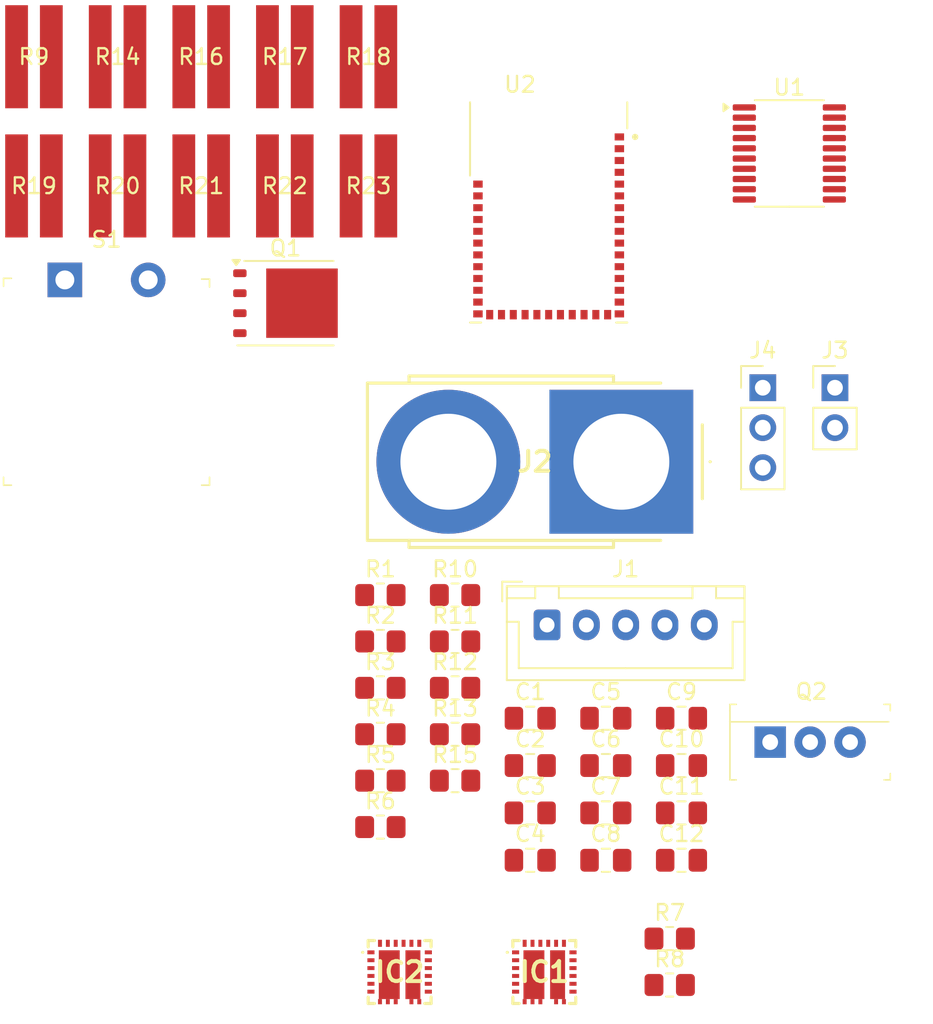
<source format=kicad_pcb>
(kicad_pcb (version 20241229) (generator "pcbnew") (generator_version "9.0")
  (layers (0 "F.Cu" signal) (2 "B.Cu" signal) (13 "F.Paste" user) (15 "B.Paste" user) (5 "F.SilkS" user "F.Silkscreen") (7 "B.SilkS" user "B.Silkscreen") (1 "F.Mask" user) (3 "B.Mask" user) (25 "Edge.Cuts" user))
  (net 0 "")
  (net 2 "Net-(U1-BAT)")
  (net 32 "Net-(Q1-S-Pad1)")
  (net 33 "Net-(Q1-G)")
  (net 34 "PACK-")
  (net 35 "Net-(J1-Pin_4)")
  (net 36 "/VC1")
  (net 37 "Net-(R13-Pad1)")
  (net 38 "/VC2")
  (net 39 "/SDA0")
  (net 40 "/VC4")
  (net 41 "/VC3")
  (net 42 "/SRP")
  (net 43 "/SCL0")
  (net 44 "PACK+")
  (net 45 "/VC0")
  (net 46 "/ALERT")
  (net 47 "/SRN")
  (net 48 "/REGOUT")
  (net 49 "Net-(U1-CAP1)")
  (net 50 "/TS1")
  (net 51 "/SWDCLK")
  (net 52 "GND")
  (net 53 "/NRESET")
  (net 54 "/SWDIO")
  (net 55 "Net-(J1-Pin_5)")
  (net 56 "Net-(J1-Pin_3)")
  (net 57 "Net-(J1-Pin_2)")
  (net 58 "Net-(J1-Pin_1)")
  (net 59 "GNDA")
  (net 60 "/Power Distribution/PGOOD  ")
  (net 61 "/Power Distribution/EN")
  (net 63 "/Power Distribution1/EN")
  (net 69 "/Power Distribution1/PGOOD  ")
  (net 80 "Net-(IC2-SS)")
  (net 86 "Net-(U1-VSS)")
  (net 87 "/SWCLK")
  (net 88 "Net-(Q2-S)")
  (net 89 "Net-(Q2-G)")
  (footprint "Capacitor_SMD:C_0805_2012Metric_Pad1.18x1.45mm_HandSolder" (layer "F.Cu") (at 102.97 81.99)
    (property "Reference" "C6" (at 0 -1.68 0) (layer "F.SilkS"))
    (property "Value" "1u")
    (fp_line (start -0.261252 -0.735) (end 0.261252 -0.735) (stroke (width 0.12)) (layer "F.SilkS"))
    (fp_line (start -0.261252 0.735) (end 0.261252 0.735) (stroke (width 0.12)) (layer "F.SilkS"))
    (pad "1" smd roundrect (at -1.0375 0) (size 1.175 1.45) (layers "F.Cu" "F.Mask" "F.Paste") (roundrect_rratio 0.212766) (net 44 "PACK+"))
    (pad "2" smd roundrect (at 1.0375 0) (size 1.175 1.45) (layers "F.Cu" "F.Mask" "F.Paste") (roundrect_rratio 0.212766) (net 52 "GND"))
  )
  (footprint "ul_LTR100LJZPFSR015:RES_LTR100L_ROM" (layer "F.Cu") (at 82.553 45.1404)
    (property "Reference" "R22" (at 0 0 0) (layer "F.SilkS"))
    (property "Value" "13m")
    (pad "1" smd rect (at -1.1049 0) (size 1.4478 6.5532) (layers "F.Cu" "F.Mask" "F.Paste") (net 88 "Net-(Q2-S)"))
    (pad "2" smd rect (at 1.1049 0) (size 1.4478 6.5532) (layers "F.Cu" "F.Mask" "F.Paste") (net 86 "Net-(U1-VSS)"))
  )
  (footprint "Capacitor_SMD:C_0805_2012Metric_Pad1.18x1.45mm_HandSolder" (layer "F.Cu") (at 102.97 78.98)
    (property "Reference" "C5" (at 0 -1.68 0) (layer "F.SilkS"))
    (property "Value" "1u")
    (fp_line (start -0.261252 -0.735) (end 0.261252 -0.735) (stroke (width 0.12)) (layer "F.SilkS"))
    (fp_line (start -0.261252 0.735) (end 0.261252 0.735) (stroke (width 0.12)) (layer "F.SilkS"))
    (pad "1" smd roundrect (at -1.0375 0) (size 1.175 1.45) (layers "F.Cu" "F.Mask" "F.Paste") (roundrect_rratio 0.212766) (net 52 "GND"))
    (pad "2" smd roundrect (at 1.0375 0) (size 1.175 1.45) (layers "F.Cu" "F.Mask" "F.Paste") (roundrect_rratio 0.212766) (net 58 "Net-(J1-Pin_1)"))
  )
  (footprint "Resistor_SMD:R_0805_2012Metric_Pad1.20x1.40mm_HandSolder" (layer "F.Cu") (at 107.03 92.99)
    (property "Reference" "R7" (at 0 -1.65 0) (layer "F.SilkS"))
    (property "Value" "4k7'")
    (fp_line (start -0.227064 -0.735) (end 0.227064 -0.735) (stroke (width 0.12)) (layer "F.SilkS"))
    (fp_line (start -0.227064 0.735) (end 0.227064 0.735) (stroke (width 0.12)) (layer "F.SilkS"))
    (pad "1" smd roundrect (at -1 0) (size 1.2 1.4) (layers "F.Cu" "F.Mask" "F.Paste") (roundrect_rratio 0.208333) (net 48 "/REGOUT"))
    (pad "2" smd roundrect (at 1 0) (size 1.2 1.4) (layers "F.Cu" "F.Mask" "F.Paste") (roundrect_rratio 0.208333) (net 39 "/SDA0"))
  )
  (footprint "Resistor_SMD:R_0805_2012Metric_Pad1.20x1.40mm_HandSolder" (layer "F.Cu") (at 88.63 71.15)
    (property "Reference" "R1" (at 0 -1.65 0) (layer "F.SilkS"))
    (property "Value" "100")
    (fp_line (start -0.227064 -0.735) (end 0.227064 -0.735) (stroke (width 0.12)) (layer "F.SilkS"))
    (fp_line (start -0.227064 0.735) (end 0.227064 0.735) (stroke (width 0.12)) (layer "F.SilkS"))
    (pad "1" smd roundrect (at -1 0) (size 1.2 1.4) (layers "F.Cu" "F.Mask" "F.Paste") (roundrect_rratio 0.208333) (net 40 "/VC4"))
    (pad "2" smd roundrect (at 1 0) (size 1.2 1.4) (layers "F.Cu" "F.Mask" "F.Paste") (roundrect_rratio 0.208333) (net 55 "Net-(J1-Pin_5)"))
  )
  (footprint "Capacitor_SMD:C_0805_2012Metric_Pad1.18x1.45mm_HandSolder" (layer "F.Cu") (at 107.78 88.01)
    (property "Reference" "C12" (at 0 -1.68 0) (layer "F.SilkS"))
    (property "Value" "1u")
    (fp_line (start -0.261252 -0.735) (end 0.261252 -0.735) (stroke (width 0.12)) (layer "F.SilkS"))
    (fp_line (start -0.261252 0.735) (end 0.261252 0.735) (stroke (width 0.12)) (layer "F.SilkS"))
    (pad "1" smd roundrect (at -1.0375 0) (size 1.175 1.45) (layers "F.Cu" "F.Mask" "F.Paste") (roundrect_rratio 0.212766) (net 49 "Net-(U1-CAP1)"))
    (pad "2" smd roundrect (at 1.0375 0) (size 1.175 1.45) (layers "F.Cu" "F.Mask" "F.Paste") (roundrect_rratio 0.212766) (net 52 "GND"))
  )
  (footprint "XT90PB-F:XT90PBF" (layer "F.Cu") (at 103.955 62.675)
    (property "Reference" "J2" (at -5.5 0 0) (layer "F.SilkS") (effects (font (size 1.27 1.27) (thickness 0.254))))
    (property "Value" "XT90PB-F" (hide yes))
    (fp_line (start -16.15 -5) (end 2.5 -5) (stroke (width 0.2)) (layer "F.SilkS"))
    (fp_line (start -16.15 5) (end -16.15 -5) (stroke (width 0.2)) (layer "F.SilkS"))
    (fp_line (start -13.5 -5.45) (end -13.5 -5) (stroke (width 0.2)) (layer "F.SilkS"))
    (fp_line (start -13.5 5) (end -13.5 5.45) (stroke (width 0.2)) (layer "F.SilkS"))
    (fp_line (start -13.5 5.45) (end -0.5 5.45) (stroke (width 0.2)) (layer "F.SilkS"))
    (fp_line (start -0.5 -5.45) (end -13.5 -5.45) (stroke (width 0.2)) (layer "F.SilkS"))
    (fp_line (start -0.5 -5) (end -0.5 -5.45) (stroke (width 0.2)) (layer "F.SilkS"))
    (fp_line (start -0.5 5.45) (end -0.5 5) (stroke (width 0.2)) (layer "F.SilkS"))
    (fp_line (start 2.5 5) (end -16.15 5) (stroke (width 0.2)) (layer "F.SilkS"))
    (fp_line (start 5.15 -2.35) (end 5.15 2.35) (stroke (width 0.2)) (layer "F.SilkS"))
    (fp_line (start 5.6 0) (end 5.6 0) (stroke (width 0.1)) (layer "F.SilkS"))
    (fp_line (start 5.7 0) (end 5.7 0) (stroke (width 0.1)) (layer "F.SilkS"))
    (fp_arc (start 5.6 0) (mid 5.65 -0.05) (end 5.7 0) (stroke (width 0.1)) (layer "F.SilkS"))
    (fp_arc (start 5.7 0) (mid 5.65 0.05) (end 5.6 0) (stroke (width 0.1)) (layer "F.SilkS"))
    (pad "1" thru_hole rect (at 0 0) (size 9.15 9.15) (drill 6.1) (layers "*.Cu" "*.Mask") (net 86 "Net-(U1-VSS)"))
    (pad "2" thru_hole circle (at -11 0) (size 9.15 9.15) (drill 6.1) (layers "*.Cu" "*.Mask") (net 44 "PACK+"))
  )
  (footprint "digikey-footprints:PushButton_12x12mm_THT_GPTS203211B" (layer "F.Cu") (at 68.565 51.115)
    (property "Reference" "S1" (at 2.65 -2.57 0) (layer "F.SilkS"))
    (property "Value" "GPTS203211B")
    (fp_line (start -3.9 -0.1) (end -3.9 0.4) (stroke (width 0.1)) (layer "F.SilkS"))
    (fp_line (start -3.9 -0.1) (end -3.4 -0.1) (stroke (width 0.1)) (layer "F.SilkS"))
    (fp_line (start -3.9 13.05) (end -3.9 12.55) (stroke (width 0.1)) (layer "F.SilkS"))
    (fp_line (start -3.9 13.05) (end -3.4 13.05) (stroke (width 0.1)) (layer "F.SilkS"))
    (fp_line (start 9.2 -0.05) (end 8.7 -0.05) (stroke (width 0.1)) (layer "F.SilkS"))
    (fp_line (start 9.2 -0.05) (end 9.2 0.45) (stroke (width 0.1)) (layer "F.SilkS"))
    (fp_line (start 9.2 13.05) (end 8.7 13.05) (stroke (width 0.1)) (layer "F.SilkS"))
    (fp_line (start 9.2 13.05) (end 9.2 12.55) (stroke (width 0.1)) (layer "F.SilkS"))
    (pad "1" thru_hole rect (at 0 0) (size 2.2 2.2) (drill 1.2) (layers "*.Cu" "*.Mask") (net 36 "/VC1"))
    (pad "2" thru_hole circle (at 5.3 0) (size 2.2 2.2) (drill 1.2) (layers "*.Cu" "*.Mask") (net 37 "Net-(R13-Pad1)"))
  )
  (footprint "Capacitor_SMD:C_0805_2012Metric_Pad1.18x1.45mm_HandSolder" (layer "F.Cu") (at 98.16 88.01)
    (property "Reference" "C4" (at 0 -1.68 0) (layer "F.SilkS"))
    (property "Value" "1u")
    (fp_line (start -0.261252 -0.735) (end 0.261252 -0.735) (stroke (width 0.12)) (layer "F.SilkS"))
    (fp_line (start -0.261252 0.735) (end 0.261252 0.735) (stroke (width 0.12)) (layer "F.SilkS"))
    (pad "1" smd roundrect (at -1.0375 0) (size 1.175 1.45) (layers "F.Cu" "F.Mask" "F.Paste") (roundrect_rratio 0.212766) (net 57 "Net-(J1-Pin_2)"))
    (pad "2" smd roundrect (at 1.0375 0) (size 1.175 1.45) (layers "F.Cu" "F.Mask" "F.Paste") (roundrect_rratio 0.212766) (net 52 "GND"))
  )
  (footprint "Resistor_SMD:R_0805_2012Metric_Pad1.20x1.40mm_HandSolder" (layer "F.Cu") (at 93.38 71.15)
    (property "Reference" "R10" (at 0 -1.65 0) (layer "F.SilkS"))
    (property "Value" "1M")
    (fp_line (start -0.227064 -0.735) (end 0.227064 -0.735) (stroke (width 0.12)) (layer "F.SilkS"))
    (fp_line (start -0.227064 0.735) (end 0.227064 0.735) (stroke (width 0.12)) (layer "F.SilkS"))
    (pad "1" smd roundrect (at -1 0) (size 1.2 1.4) (layers "F.Cu" "F.Mask" "F.Paste") (roundrect_rratio 0.208333) (net 89 "Net-(Q2-G)"))
    (pad "2" smd roundrect (at 1 0) (size 1.2 1.4) (layers "F.Cu" "F.Mask" "F.Paste") (roundrect_rratio 0.208333) (net 88 "Net-(Q2-S)"))
  )
  (footprint "Resistor_SMD:R_0805_2012Metric_Pad1.20x1.40mm_HandSolder" (layer "F.Cu") (at 93.38 74.1)
    (property "Reference" "R11" (at 0 -1.65 0) (layer "F.SilkS"))
    (property "Value" "100")
    (fp_line (start -0.227064 -0.735) (end 0.227064 -0.735) (stroke (width 0.12)) (layer "F.SilkS"))
    (fp_line (start -0.227064 0.735) (end 0.227064 0.735) (stroke (width 0.12)) (layer "F.SilkS"))
    (pad "1" smd roundrect (at -1 0) (size 1.2 1.4) (layers "F.Cu" "F.Mask" "F.Paste") (roundrect_rratio 0.208333) (net 42 "/SRP"))
    (pad "2" smd roundrect (at 1 0) (size 1.2 1.4) (layers "F.Cu" "F.Mask" "F.Paste") (roundrect_rratio 0.208333) (net 86 "Net-(U1-VSS)"))
  )
  (footprint "ul_LTR100LJZPFSR015:RES_LTR100L_ROM" (layer "F.Cu") (at 87.871 36.9268)
    (property "Reference" "R18" (at 0 0 0) (layer "F.SilkS"))
    (property "Value" "13m")
    (pad "1" smd rect (at -1.1049 0) (size 1.4478 6.5532) (layers "F.Cu" "F.Mask" "F.Paste") (net 88 "Net-(Q2-S)"))
    (pad "2" smd rect (at 1.1049 0) (size 1.4478 6.5532) (layers "F.Cu" "F.Mask" "F.Paste") (net 86 "Net-(U1-VSS)"))
  )
  (footprint "Capacitor_SMD:C_0805_2012Metric_Pad1.18x1.45mm_HandSolder" (layer "F.Cu") (at 107.78 78.98)
    (property "Reference" "C9" (at 0 -1.68 0) (layer "F.SilkS"))
    (property "Value" "100n")
    (fp_line (start -0.261252 -0.735) (end 0.261252 -0.735) (stroke (width 0.12)) (layer "F.SilkS"))
    (fp_line (start -0.261252 0.735) (end 0.261252 0.735) (stroke (width 0.12)) (layer "F.SilkS"))
    (pad "1" smd roundrect (at -1.0375 0) (size 1.175 1.45) (layers "F.Cu" "F.Mask" "F.Paste") (roundrect_rratio 0.212766) (net 47 "/SRN"))
    (pad "2" smd roundrect (at 1.0375 0) (size 1.175 1.45) (layers "F.Cu" "F.Mask" "F.Paste") (roundrect_rratio 0.212766) (net 52 "GND"))
  )
  (footprint "Resistor_SMD:R_0805_2012Metric_Pad1.20x1.40mm_HandSolder" (layer "F.Cu") (at 93.38 80)
    (property "Reference" "R13" (at 0 -1.65 0) (layer "F.SilkS"))
    (property "Value" "10k")
    (fp_line (start -0.227064 -0.735) (end 0.227064 -0.735) (stroke (width 0.12)) (layer "F.SilkS"))
    (fp_line (start -0.227064 0.735) (end 0.227064 0.735) (stroke (width 0.12)) (layer "F.SilkS"))
    (pad "1" smd roundrect (at -1 0) (size 1.2 1.4) (layers "F.Cu" "F.Mask" "F.Paste") (roundrect_rratio 0.208333) (net 37 "Net-(R13-Pad1)"))
    (pad "2" smd roundrect (at 1 0) (size 1.2 1.4) (layers "F.Cu" "F.Mask" "F.Paste") (roundrect_rratio 0.208333) (net 50 "/TS1"))
  )
  (footprint "Capacitor_SMD:C_0805_2012Metric_Pad1.18x1.45mm_HandSolder" (layer "F.Cu") (at 98.16 85)
    (property "Reference" "C3" (at 0 -1.68 0) (layer "F.SilkS"))
    (property "Value" "1u")
    (fp_line (start -0.261252 -0.735) (end 0.261252 -0.735) (stroke (width 0.12)) (layer "F.SilkS"))
    (fp_line (start -0.261252 0.735) (end 0.261252 0.735) (stroke (width 0.12)) (layer "F.SilkS"))
    (pad "1" smd roundrect (at -1.0375 0) (size 1.175 1.45) (layers "F.Cu" "F.Mask" "F.Paste") (roundrect_rratio 0.212766) (net 56 "Net-(J1-Pin_3)"))
    (pad "2" smd roundrect (at 1.0375 0) (size 1.175 1.45) (layers "F.Cu" "F.Mask" "F.Paste") (roundrect_rratio 0.212766) (net 57 "Net-(J1-Pin_2)"))
  )
  (footprint "ul_LTR100LJZPFSR015:RES_LTR100L_ROM" (layer "F.Cu") (at 66.599 36.9268)
    (property "Reference" "R9" (at 0 0 0) (layer "F.SilkS"))
    (property "Value" "13m")
    (pad "1" smd rect (at -1.1049 0) (size 1.4478 6.5532) (layers "F.Cu" "F.Mask" "F.Paste") (net 88 "Net-(Q2-S)"))
    (pad "2" smd rect (at 1.1049 0) (size 1.4478 6.5532) (layers "F.Cu" "F.Mask" "F.Paste") (net 86 "Net-(U1-VSS)"))
  )
  (footprint "Resistor_SMD:R_0805_2012Metric_Pad1.20x1.40mm_HandSolder" (layer "F.Cu") (at 88.63 74.1)
    (property "Reference" "R2" (at 0 -1.65 0) (layer "F.SilkS"))
    (property "Value" "100")
    (fp_line (start -0.227064 -0.735) (end 0.227064 -0.735) (stroke (width 0.12)) (layer "F.SilkS"))
    (fp_line (start -0.227064 0.735) (end 0.227064 0.735) (stroke (width 0.12)) (layer "F.SilkS"))
    (pad "1" smd roundrect (at -1 0) (size 1.2 1.4) (layers "F.Cu" "F.Mask" "F.Paste") (roundrect_rratio 0.208333) (net 41 "/VC3"))
    (pad "2" smd roundrect (at 1 0) (size 1.2 1.4) (layers "F.Cu" "F.Mask" "F.Paste") (roundrect_rratio 0.208333) (net 35 "Net-(J1-Pin_4)"))
  )
  (footprint "ul_LTR100LJZPFSR015:RES_LTR100L_ROM" (layer "F.Cu") (at 82.553 36.9268)
    (property "Reference" "R17" (at 0 0 0) (layer "F.SilkS"))
    (property "Value" "13m")
    (pad "1" smd rect (at -1.1049 0) (size 1.4478 6.5532) (layers "F.Cu" "F.Mask" "F.Paste") (net 88 "Net-(Q2-S)"))
    (pad "2" smd rect (at 1.1049 0) (size 1.4478 6.5532) (layers "F.Cu" "F.Mask" "F.Paste") (net 86 "Net-(U1-VSS)"))
  )
  (footprint "Resistor_SMD:R_0805_2012Metric_Pad1.20x1.40mm_HandSolder" (layer "F.Cu") (at 107.03 95.94)
    (property "Reference" "R8" (at 0 -1.65 0) (layer "F.SilkS"))
    (property "Value" "4k7")
    (fp_line (start -0.227064 -0.735) (end 0.227064 -0.735) (stroke (width 0.12)) (layer "F.SilkS"))
    (fp_line (start -0.227064 0.735) (end 0.227064 0.735) (stroke (width 0.12)) (layer "F.SilkS"))
    (pad "1" smd roundrect (at -1 0) (size 1.2 1.4) (layers "F.Cu" "F.Mask" "F.Paste") (roundrect_rratio 0.208333) (net 48 "/REGOUT"))
    (pad "2" smd roundrect (at 1 0) (size 1.2 1.4) (layers "F.Cu" "F.Mask" "F.Paste") (roundrect_rratio 0.208333) (net 43 "/SCL0"))
  )
  (footprint "ul_LTR100LJZPFSR015:RES_LTR100L_ROM" (layer "F.Cu") (at 87.871 45.1404)
    (property "Reference" "R23" (at 0 0 0) (layer "F.SilkS"))
    (property "Value" "13m")
    (pad "1" smd rect (at -1.1049 0) (size 1.4478 6.5532) (layers "F.Cu" "F.Mask" "F.Paste") (net 88 "Net-(Q2-S)"))
    (pad "2" smd rect (at 1.1049 0) (size 1.4478 6.5532) (layers "F.Cu" "F.Mask" "F.Paste") (net 86 "Net-(U1-VSS)"))
  )
  (footprint "ul_LTR100LJZPFSR015:RES_LTR100L_ROM" (layer "F.Cu") (at 77.235 45.1404)
    (property "Reference" "R21" (at 0 0 0) (layer "F.SilkS"))
    (property "Value" "13m")
    (pad "1" smd rect (at -1.1049 0) (size 1.4478 6.5532) (layers "F.Cu" "F.Mask" "F.Paste") (net 88 "Net-(Q2-S)"))
    (pad "2" smd rect (at 1.1049 0) (size 1.4478 6.5532) (layers "F.Cu" "F.Mask" "F.Paste") (net 86 "Net-(U1-VSS)"))
  )
  (footprint "LIB_AOZ2261NQI-11:AOZ2261NQI11" (layer "F.Cu") (at 99.055 95.115)
    (property "Reference" "IC1" (at 0 0 0) (layer "F.SilkS") (effects (font (size 1.27 1.27) (thickness 0.254))))
    (property "Value" "AOZ2261NQI-11" (hide yes))
    (fp_line (start -2.4 -1.25) (end -2.4 -1.25) (stroke (width 0.1)) (layer "F.SilkS"))
    (fp_line (start -2.3 -1.25) (end -2.3 -1.25) (stroke (width 0.1)) (layer "F.SilkS"))
    (fp_line (start -2 -2) (end -2 -1.6) (stroke (width 0.2)) (layer "F.SilkS"))
    (fp_line (start -2 1.6) (end -2 2) (stroke (width 0.2)) (layer "F.SilkS"))
    (fp_line (start -2 2) (end -1.6 2) (stroke (width 0.2)) (layer "F.SilkS"))
    (fp_line (start -1.6 -2) (end -2 -2) (stroke (width 0.2)) (layer "F.SilkS"))
    (fp_line (start 1.6 2) (end 2 2) (stroke (width 0.2)) (layer "F.SilkS"))
    (fp_line (start 2 -2) (end 1.6 -2) (stroke (width 0.2)) (layer "F.SilkS"))
    (fp_line (start 2 -1.6) (end 2 -2) (stroke (width 0.2)) (layer "F.SilkS"))
    (fp_line (start 2 2) (end 2 1.6) (stroke (width 0.2)) (layer "F.SilkS"))
    (fp_arc (start -2.4 -1.25) (mid -2.35 -1.3) (end -2.3 -1.25) (stroke (width 0.1)) (layer "F.SilkS"))
    (fp_arc (start -2.3 -1.25) (mid -2.35 -1.2) (end -2.4 -1.25) (stroke (width 0.1)) (layer "F.SilkS"))
    (pad "1" smd rect (at -1.825 -1.25 90) (size 0.25 0.45) (layers "F.Cu" "F.Mask" "F.Paste") (net 60 "/Power Distribution/PGOOD  "))
    (pad "2" smd rect (at -1.825 -0.75 90) (size 0.25 0.45) (layers "F.Cu" "F.Mask" "F.Paste") (net 61 "/Power Distribution/EN"))
    (pad "3" smd rect (at -1.825 -0.25 90) (size 0.25 0.45) (layers "F.Cu" "F.Mask" "F.Paste") (net 59 "GNDA"))
    (pad "4" smd rect (at -1.825 0.25 90) (size 0.25 0.45) (layers "F.Cu" "F.Mask" "F.Paste"))
    (pad "5" smd rect (at -1.825 0.75 90) (size 0.25 0.45) (layers "F.Cu" "F.Mask" "F.Paste"))
    (pad "6" smd rect (at -1.825 1.25 90) (size 0.25 0.45) (layers "F.Cu" "F.Mask" "F.Paste"))
    (pad "7" smd rect (at -1.25 1.885) (size 0.25 0.33) (layers "F.Cu" "F.Mask" "F.Paste"))
    (pad "8" smd rect (at -0.75 1.885) (size 0.25 0.33) (layers "F.Cu" "F.Mask" "F.Paste"))
    (pad "9" smd rect (at -0.25 1.885) (size 0.25 0.33) (layers "F.Cu" "F.Mask" "F.Paste"))
    (pad "10" smd rect (at 0.75 1.885) (size 0.25 0.33) (layers "F.Cu" "F.Mask" "F.Paste"))
    (pad "11" smd rect (at 1.25 1.885) (size 0.25 0.33) (layers "F.Cu" "F.Mask" "F.Paste"))
    (pad "12" smd rect (at 1.825 1.25 90) (size 0.25 0.45) (layers "F.Cu" "F.Mask" "F.Paste"))
    (pad "13" smd rect (at 1.825 0.75 90) (size 0.25 0.45) (layers "F.Cu" "F.Mask" "F.Paste"))
    (pad "14" smd rect (at 1.825 0.25 90) (size 0.25 0.45) (layers "F.Cu" "F.Mask" "F.Paste"))
    (pad "15" smd rect (at 1.825 -0.25 90) (size 0.25 0.45) (layers "F.Cu" "F.Mask" "F.Paste"))
    (pad "16" smd rect (at 1.825 -0.75 90) (size 0.25 0.45) (layers "F.Cu" "F.Mask" "F.Paste"))
    (pad "17" smd rect (at 1.825 -1.25 90) (size 0.25 0.45) (layers "F.Cu" "F.Mask" "F.Paste"))
    (pad "18" smd rect (at 1.25 -1.825) (size 0.25 0.45) (layers "F.Cu" "F.Mask" "F.Paste"))
    (pad "19" smd rect (at 0.75 -1.825) (size 0.25 0.45) (layers "F.Cu" "F.Mask" "F.Paste"))
    (pad "20" smd rect (at 0.25 -1.825) (size 0.25 0.45) (layers "F.Cu" "F.Mask" "F.Paste"))
    (pad "21" smd rect (at -0.25 -1.825) (size 0.25 0.45) (layers "F.Cu" "F.Mask" "F.Paste"))
    (pad "22" smd rect (at -0.75 -1.825) (size 0.25 0.45) (layers "F.Cu" "F.Mask" "F.Paste"))
    (pad "23" smd rect (at -1.25 -1.825) (size 0.25 0.45) (layers "F.Cu" "F.Mask" "F.Paste"))
    (pad "24" smd rect (at -0.66 0.17) (size 1.33 3.1) (layers "F.Cu" "F.Mask" "F.Paste"))
    (pad "25" smd rect (at 0.845 0.17) (size 0.95 3.1) (layers "F.Cu" "F.Mask" "F.Paste"))
  )
  (footprint "ul_LTR100LJZPFSR015:RES_LTR100L_ROM" (layer "F.Cu") (at 71.917 45.1404)
    (property "Reference" "R20" (at 0 0 0) (layer "F.SilkS"))
    (property "Value" "13m")
    (pad "1" smd rect (at -1.1049 0) (size 1.4478 6.5532) (layers "F.Cu" "F.Mask" "F.Paste") (net 88 "Net-(Q2-S)"))
    (pad "2" smd rect (at 1.1049 0) (size 1.4478 6.5532) (layers "F.Cu" "F.Mask" "F.Paste") (net 86 "Net-(U1-VSS)"))
  )
  (footprint "Capacitor_SMD:C_0805_2012Metric_Pad1.18x1.45mm_HandSolder" (layer "F.Cu") (at 98.16 78.98)
    (property "Reference" "C1" (at 0 -1.68 0) (layer "F.SilkS"))
    (property "Value" "1u")
    (fp_line (start -0.261252 -0.735) (end 0.261252 -0.735) (stroke (width 0.12)) (layer "F.SilkS"))
    (fp_line (start -0.261252 0.735) (end 0.261252 0.735) (stroke (width 0.12)) (layer "F.SilkS"))
    (pad "1" smd roundrect (at -1.0375 0) (size 1.175 1.45) (layers "F.Cu" "F.Mask" "F.Paste") (roundrect_rratio 0.212766) (net 55 "Net-(J1-Pin_5)"))
    (pad "2" smd roundrect (at 1.0375 0) (size 1.175 1.45) (layers "F.Cu" "F.Mask" "F.Paste") (roundrect_rratio 0.212766) (net 35 "Net-(J1-Pin_4)"))
  )
  (footprint "Resistor_SMD:R_0805_2012Metric_Pad1.20x1.40mm_HandSolder" (layer "F.Cu") (at 88.63 77.05)
    (property "Reference" "R3" (at 0 -1.65 0) (layer "F.SilkS"))
    (property "Value" "100")
    (fp_line (start -0.227064 -0.735) (end 0.227064 -0.735) (stroke (width 0.12)) (layer "F.SilkS"))
    (fp_line (start -0.227064 0.735) (end 0.227064 0.735) (stroke (width 0.12)) (layer "F.SilkS"))
    (pad "1" smd roundrect (at -1 0) (size 1.2 1.4) (layers "F.Cu" "F.Mask" "F.Paste") (roundrect_rratio 0.208333) (net 38 "/VC2"))
    (pad "2" smd roundrect (at 1 0) (size 1.2 1.4) (layers "F.Cu" "F.Mask" "F.Paste") (roundrect_rratio 0.208333) (net 56 "Net-(J1-Pin_3)"))
  )
  (footprint "Resistor_SMD:R_0805_2012Metric_Pad1.20x1.40mm_HandSolder" (layer "F.Cu") (at 88.63 82.95)
    (property "Reference" "R5" (at 0 -1.65 0) (layer "F.SilkS"))
    (property "Value" "100")
    (fp_line (start -0.227064 -0.735) (end 0.227064 -0.735) (stroke (width 0.12)) (layer "F.SilkS"))
    (fp_line (start -0.227064 0.735) (end 0.227064 0.735) (stroke (width 0.12)) (layer "F.SilkS"))
    (pad "1" smd roundrect (at -1 0) (size 1.2 1.4) (layers "F.Cu" "F.Mask" "F.Paste") (roundrect_rratio 0.208333) (net 45 "/VC0"))
    (pad "2" smd roundrect (at 1 0) (size 1.2 1.4) (layers "F.Cu" "F.Mask" "F.Paste") (roundrect_rratio 0.208333) (net 58 "Net-(J1-Pin_1)"))
  )
  (footprint "Capacitor_SMD:C_0805_2012Metric_Pad1.18x1.45mm_HandSolder" (layer "F.Cu") (at 102.97 88.01)
    (property "Reference" "C8" (at 0 -1.68 0) (layer "F.SilkS"))
    (property "Value" "100n")
    (fp_line (start -0.261252 -0.735) (end 0.261252 -0.735) (stroke (width 0.12)) (layer "F.SilkS"))
    (fp_line (start -0.261252 0.735) (end 0.261252 0.735) (stroke (width 0.12)) (layer "F.SilkS"))
    (pad "1" smd roundrect (at -1.0375 0) (size 1.175 1.45) (layers "F.Cu" "F.Mask" "F.Paste") (roundrect_rratio 0.212766) (net 42 "/SRP"))
    (pad "2" smd roundrect (at 1.0375 0) (size 1.175 1.45) (layers "F.Cu" "F.Mask" "F.Paste") (roundrect_rratio 0.212766) (net 52 "GND"))
  )
  (footprint "digikey-footprints:TO-220-3" (layer "F.Cu") (at 113.42 80.5)
    (property "Reference" "Q2" (at 2.62 -3.22 0) (layer "F.SilkS"))
    (property "Value" "IRLB3813PBF")
    (fp_line (start -2.56 -2.4) (end -2.56 -2) (stroke (width 0.1)) (layer "F.SilkS"))
    (fp_line (start -2.56 -2.4) (end -2.16 -2.4) (stroke (width 0.1)) (layer "F.SilkS"))
    (fp_line (start -2.56 -1.29) (end 7.54 -1.29) (stroke (width 0.1)) (layer "F.SilkS"))
    (fp_line (start -2.56 2.4) (end -2.56 -2) (stroke (width 0.1)) (layer "F.SilkS"))
    (fp_line (start -2.56 2.4) (end -2.16 2.4) (stroke (width 0.1)) (layer "F.SilkS"))
    (fp_line (start 7.24 -2.4) (end 7.64 -2.4) (stroke (width 0.1)) (layer "F.SilkS"))
    (fp_line (start 7.64 -2.4) (end 7.64 -2) (stroke (width 0.1)) (layer "F.SilkS"))
    (fp_line (start 7.64 2.4) (end 7.24 2.4) (stroke (width 0.1)) (layer "F.SilkS"))
    (fp_line (start 7.64 2.4) (end 7.64 2) (stroke (width 0.1)) (layer "F.SilkS"))
    (pad "1" thru_hole rect (at 0 0) (size 2 2) (drill 1) (layers "*.Cu" "*.Mask") (net 89 "Net-(Q2-G)"))
    (pad "2" thru_hole circle (at 2.54 0) (size 2 2) (drill 1) (layers "*.Cu" "*.Mask") (net 34 "PACK-"))
    (pad "3" thru_hole circle (at 5.08 0) (size 2 2) (drill 1) (layers "*.Cu" "*.Mask") (net 88 "Net-(Q2-S)"))
  )
  (footprint "ul_LTR100LJZPFSR015:RES_LTR100L_ROM" (layer "F.Cu") (at 66.599 45.1404)
    (property "Reference" "R19" (at 0 0 0) (layer "F.SilkS"))
    (property "Value" "13m")
    (pad "1" smd rect (at -1.1049 0) (size 1.4478 6.5532) (layers "F.Cu" "F.Mask" "F.Paste") (net 88 "Net-(Q2-S)"))
    (pad "2" smd rect (at 1.1049 0) (size 1.4478 6.5532) (layers "F.Cu" "F.Mask" "F.Paste") (net 86 "Net-(U1-VSS)"))
  )
  (footprint "ul_LTR100LJZPFSR015:RES_LTR100L_ROM" (layer "F.Cu") (at 71.917 36.9268)
    (property "Reference" "R14" (at 0 0 0) (layer "F.SilkS"))
    (property "Value" "13m")
    (pad "1" smd rect (at -1.1049 0) (size 1.4478 6.5532) (layers "F.Cu" "F.Mask" "F.Paste") (net 88 "Net-(Q2-S)"))
    (pad "2" smd rect (at 1.1049 0) (size 1.4478 6.5532) (layers "F.Cu" "F.Mask" "F.Paste") (net 86 "Net-(U1-VSS)"))
  )
  (footprint "Connector_PinHeader_2.54mm:PinHeader_1x02_P2.54mm_Vertical" (layer "F.Cu") (at 117.54 57.97)
    (property "Reference" "J3" (at 0 -2.38 0) (layer "F.SilkS"))
    (property "Value" "Conn_01x02_Pin")
    (fp_line (start -1.38 -1.38) (end 0 -1.38) (stroke (width 0.12)) (layer "F.SilkS"))
    (fp_line (start -1.38 0) (end -1.38 -1.38) (stroke (width 0.12)) (layer "F.SilkS"))
    (fp_line (start -1.38 1.27) (end -1.38 3.92) (stroke (width 0.12)) (layer "F.SilkS"))
    (fp_line (start -1.38 1.27) (end 1.38 1.27) (stroke (width 0.12)) (layer "F.SilkS"))
    (fp_line (start -1.38 3.92) (end 1.38 3.92) (stroke (width 0.12)) (layer "F.SilkS"))
    (fp_line (start 1.38 1.27) (end 1.38 3.92) (stroke (width 0.12)) (layer "F.SilkS"))
    (pad "1" thru_hole rect (at 0 0) (size 1.7 1.7) (drill 1) (layers "*.Cu" "*.Mask") (net 50 "/TS1"))
    (pad "2" thru_hole circle (at 0 2.54) (size 1.7 1.7) (drill 1) (layers "*.Cu" "*.Mask") (net 52 "GND"))
  )
  (footprint "Capacitor_SMD:C_0805_2012Metric_Pad1.18x1.45mm_HandSolder" (layer "F.Cu") (at 98.16 81.99)
    (property "Reference" "C2" (at 0 -1.68 0) (layer "F.SilkS"))
    (property "Value" "1u")
    (fp_line (start -0.261252 -0.735) (end 0.261252 -0.735) (stroke (width 0.12)) (layer "F.SilkS"))
    (fp_line (start -0.261252 0.735) (end 0.261252 0.735) (stroke (width 0.12)) (layer "F.SilkS"))
    (pad "1" smd roundrect (at -1.0375 0) (size 1.175 1.45) (layers "F.Cu" "F.Mask" "F.Paste") (roundrect_rratio 0.212766) (net 35 "Net-(J1-Pin_4)"))
    (pad "2" smd roundrect (at 1.0375 0) (size 1.175 1.45) (layers "F.Cu" "F.Mask" "F.Paste") (roundrect_rratio 0.212766) (net 56 "Net-(J1-Pin_3)"))
  )
  (footprint "Package_TO_SOT_SMD:TDSON-8-1" (layer "F.Cu") (at 82.595 52.595)
    (property "Reference" "Q1" (at 0 -3.5 0) (layer "F.SilkS"))
    (property "Value" "BSC028N06LS3")
    (fp_line (start 3.06 -2.685) (end -2.62 -2.685) (stroke (width 0.12)) (layer "F.SilkS"))
    (fp_line (start 3.06 2.685) (end -3.06 2.685) (stroke (width 0.12)) (layer "F.SilkS"))
    (fp_poly (pts (xy -3.131622 -2.42027) (xy -3.371622 -2.75027) (xy -2.891622 -2.75027) (xy -3.131622 -2.42027)) (stroke (width 0.12)) (fill yes) (layer "F.SilkS"))
    (pad "1" smd roundrect (at -2.9 -1.905) (size 0.85 0.5) (layers "F.Cu" "F.Mask" "F.Paste") (net 32 "Net-(Q1-S-Pad1)"))
    (pad "2" smd roundrect (at -2.9 -0.635) (size 0.85 0.5) (layers "F.Cu" "F.Mask" "F.Paste") (net 32 "Net-(Q1-S-Pad1)"))
    (pad "3" smd roundrect (at -2.9 0.635) (size 0.85 0.5) (layers "F.Cu" "F.Mask" "F.Paste") (net 32 "Net-(Q1-S-Pad1)"))
    (pad "4" smd roundrect (at -2.9 1.905) (size 0.85 0.5) (layers "F.Cu" "F.Mask" "F.Paste") (net 33 "Net-(Q1-G)"))
    (pad "5" smd rect (at 1.05 0) (size 4.55 4.41) (layers "F.Cu") (net 34 "PACK-"))
  )
  (footprint "Connector_JST:JST_XH_B5B-XH-A_1x05_P2.50mm_Vertical" (layer "F.Cu") (at 99.23 73.05)
    (property "Reference" "J1" (at 5 -3.55 0) (layer "F.SilkS"))
    (property "Value" "Conn_01x05_Pin")
    (fp_line (start -2.85 -2.75) (end -2.85 -1.5) (stroke (width 0.12)) (layer "F.SilkS"))
    (fp_line (start -2.56 -2.46) (end -2.56 3.51) (stroke (width 0.12)) (layer "F.SilkS"))
    (fp_line (start -2.56 3.51) (end 12.56 3.51) (stroke (width 0.12)) (layer "F.SilkS"))
    (fp_line (start -2.55 -2.45) (end -2.55 -1.7) (stroke (width 0.12)) (layer "F.SilkS"))
    (fp_line (start -2.55 -1.7) (end -0.75 -1.7) (stroke (width 0.12)) (layer "F.SilkS"))
    (fp_line (start -2.55 -0.2) (end -1.8 -0.2) (stroke (width 0.12)) (layer "F.SilkS"))
    (fp_line (start -1.8 -0.2) (end -1.8 2.75) (stroke (width 0.12)) (layer "F.SilkS"))
    (fp_line (start -1.8 2.75) (end 5 2.75) (stroke (width 0.12)) (layer "F.SilkS"))
    (fp_line (start -1.6 -2.75) (end -2.85 -2.75) (stroke (width 0.12)) (layer "F.SilkS"))
    (fp_line (start -0.75 -2.45) (end -2.55 -2.45) (stroke (width 0.12)) (layer "F.SilkS"))
    (fp_line (start -0.75 -1.7) (end -0.75 -2.45) (stroke (width 0.12)) (layer "F.SilkS"))
    (fp_line (start 0.75 -2.45) (end 0.75 -1.7) (stroke (width 0.12)) (layer "F.SilkS"))
    (fp_line (start 0.75 -1.7) (end 9.25 -1.7) (stroke (width 0.12)) (layer "F.SilkS"))
    (fp_line (start 9.25 -2.45) (end 0.75 -2.45) (stroke (width 0.12)) (layer "F.SilkS"))
    (fp_line (start 9.25 -1.7) (end 9.25 -2.45) (stroke (width 0.12)) (layer "F.SilkS"))
    (fp_line (start 10.75 -2.45) (end 10.75 -1.7) (stroke (width 0.12)) (layer "F.SilkS"))
    (fp_line (start 10.75 -1.7) (end 12.55 -1.7) (stroke (width 0.12)) (layer "F.SilkS"))
    (fp_line (start 11.8 -0.2) (end 11.8 2.75) (stroke (width 0.12)) (layer "F.SilkS"))
    (fp_line (start 11.8 2.75) (end 5 2.75) (stroke (width 0.12)) (layer "F.SilkS"))
    (fp_line (start 12.55 -2.45) (end 10.75 -2.45) (stroke (width 0.12)) (layer "F.SilkS"))
    (fp_line (start 12.55 -1.7) (end 12.55 -2.45) (stroke (width 0.12)) (layer "F.SilkS"))
    (fp_line (start 12.55 -0.2) (end 11.8 -0.2) (stroke (width 0.12)) (layer "F.SilkS"))
    (fp_line (start 12.56 -2.46) (end -2.56 -2.46) (stroke (width 0.12)) (layer "F.SilkS"))
    (fp_line (start 12.56 3.51) (end 12.56 -2.46) (stroke (width 0.12)) (layer "F.SilkS"))
    (pad "1" thru_hole roundrect (at 0 0) (size 1.7 1.95) (drill 0.95) (layers "*.Cu" "*.Mask") (roundrect_rratio 0.147059) (net 58 "Net-(J1-Pin_1)"))
    (pad "2" thru_hole oval (at 2.5 0) (size 1.7 1.95) (drill 0.95) (layers "*.Cu" "*.Mask") (net 57 "Net-(J1-Pin_2)"))
    (pad "3" thru_hole oval (at 5 0) (size 1.7 1.95) (drill 0.95) (layers "*.Cu" "*.Mask") (net 56 "Net-(J1-Pin_3)"))
    (pad "4" thru_hole oval (at 7.5 0) (size 1.7 1.95) (drill 0.95) (layers "*.Cu" "*.Mask") (net 35 "Net-(J1-Pin_4)"))
    (pad "5" thru_hole oval (at 10 0) (size 1.7 1.95) (drill 0.95) (layers "*.Cu" "*.Mask") (net 55 "Net-(J1-Pin_5)"))
  )
  (footprint "Capacitor_SMD:C_0805_2012Metric_Pad1.18x1.45mm_HandSolder" (layer "F.Cu") (at 102.97 85)
    (property "Reference" "C7" (at 0 -1.68 0) (layer "F.SilkS"))
    (property "Value" "10u")
    (fp_line (start -0.261252 -0.735) (end 0.261252 -0.735) (stroke (width 0.12)) (layer "F.SilkS"))
    (fp_line (start -0.261252 0.735) (end 0.261252 0.735) (stroke (width 0.12)) (layer "F.SilkS"))
    (pad "1" smd roundrect (at -1.0375 0) (size 1.175 1.45) (layers "F.Cu" "F.Mask" "F.Paste") (roundrect_rratio 0.212766) (net 2 "Net-(U1-BAT)"))
    (pad "2" smd roundrect (at 1.0375 0) (size 1.175 1.45) (layers "F.Cu" "F.Mask" "F.Paste") (roundrect_rratio 0.212766) (net 52 "GND"))
  )
  (footprint "LIB_AOZ2261NQI-11:AOZ2261NQI11" (layer "F.Cu") (at 89.855 95.115)
    (property "Reference" "IC2" (at 0 0 0) (layer "F.SilkS") (effects (font (size 1.27 1.27) (thickness 0.254))))
    (property "Value" "AOZ2261NQI-11" (hide yes))
    (fp_line (start -2.4 -1.25) (end -2.4 -1.25) (stroke (width 0.1)) (layer "F.SilkS"))
    (fp_line (start -2.3 -1.25) (end -2.3 -1.25) (stroke (width 0.1)) (layer "F.SilkS"))
    (fp_line (start -2 -2) (end -2 -1.6) (stroke (width 0.2)) (layer "F.SilkS"))
    (fp_line (start -2 1.6) (end -2 2) (stroke (width 0.2)) (layer "F.SilkS"))
    (fp_line (start -2 2) (end -1.6 2) (stroke (width 0.2)) (layer "F.SilkS"))
    (fp_line (start -1.6 -2) (end -2 -2) (stroke (width 0.2)) (layer "F.SilkS"))
    (fp_line (start 1.6 2) (end 2 2) (stroke (width 0.2)) (layer "F.SilkS"))
    (fp_line (start 2 -2) (end 1.6 -2) (stroke (width 0.2)) (layer "F.SilkS"))
    (fp_line (start 2 -1.6) (end 2 -2) (stroke (width 0.2)) (layer "F.SilkS"))
    (fp_line (start 2 2) (end 2 1.6) (stroke (width 0.2)) (layer "F.SilkS"))
    (fp_arc (start -2.4 -1.25) (mid -2.35 -1.3) (end -2.3 -1.25) (stroke (width 0.1)) (layer "F.SilkS"))
    (fp_arc (start -2.3 -1.25) (mid -2.35 -1.2) (end -2.4 -1.25) (stroke (width 0.1)) (layer "F.SilkS"))
    (pad "1" smd rect (at -1.825 -1.25 90) (size 0.25 0.45) (layers "F.Cu" "F.Mask" "F.Paste") (net 69 "/Power Distribution1/PGOOD  "))
    (pad "2" smd rect (at -1.825 -0.75 90) (size 0.25 0.45) (layers "F.Cu" "F.Mask" "F.Paste") (net 63 "/Power Distribution1/EN"))
    (pad "3" smd rect (at -1.825 -0.25 90) (size 0.25 0.45) (layers "F.Cu" "F.Mask" "F.Paste") (net 59 "GNDA"))
    (pad "4" smd rect (at -1.825 0.25 90) (size 0.25 0.45) (layers "F.Cu" "F.Mask" "F.Paste"))
    (pad "5" smd rect (at -1.825 0.75 90) (size 0.25 0.45) (layers "F.Cu" "F.Mask" "F.Paste"))
    (pad "6" smd rect (at -1.825 1.25 90) (size 0.25 0.45) (layers "F.Cu" "F.Mask" "F.Paste"))
    (pad "7" smd rect (at -1.25 1.885) (size 0.25 0.33) (layers "F.Cu" "F.Mask" "F.Paste"))
    (pad "8" smd rect (at -0.75 1.885) (size 0.25 0.33) (layers "F.Cu" "F.Mask" "F.Paste"))
    (pad "9" smd rect (at -0.25 1.885) (size 0.25 0.33) (layers "F.Cu" "F.Mask" "F.Paste"))
    (pad "10" smd rect (at 0.75 1.885) (size 0.25 0.33) (layers "F.Cu" "F.Mask" "F.Paste"))
    (pad "11" smd rect (at 1.25 1.885) (size 0.25 0.33) (layers "F.Cu" "F.Mask" "F.Paste"))
    (pad "12" smd rect (at 1.825 1.25 90) (size 0.25 0.45) (layers "F.Cu" "F.Mask" "F.Paste"))
    (pad "13" smd rect (at 1.825 0.75 90) (size 0.25 0.45) (layers "F.Cu" "F.Mask" "F.Paste"))
    (pad "14" smd rect (at 1.825 0.25 90) (size 0.25 0.45) (layers "F.Cu" "F.Mask" "F.Paste"))
    (pad "15" smd rect (at 1.825 -0.25 90) (size 0.25 0.45) (layers "F.Cu" "F.Mask" "F.Paste"))
    (pad "16" smd rect (at 1.825 -0.75 90) (size 0.25 0.45) (layers "F.Cu" "F.Mask" "F.Paste"))
    (pad "17" smd rect (at 1.825 -1.25 90) (size 0.25 0.45) (layers "F.Cu" "F.Mask" "F.Paste"))
    (pad "18" smd rect (at 1.25 -1.825) (size 0.25 0.45) (layers "F.Cu" "F.Mask" "F.Paste"))
    (pad "19" smd rect (at 0.75 -1.825) (size 0.25 0.45) (layers "F.Cu" "F.Mask" "F.Paste"))
    (pad "20" smd rect (at 0.25 -1.825) (size 0.25 0.45) (layers "F.Cu" "F.Mask" "F.Paste"))
    (pad "21" smd rect (at -0.25 -1.825) (size 0.25 0.45) (layers "F.Cu" "F.Mask" "F.Paste"))
    (pad "22" smd rect (at -0.75 -1.825) (size 0.25 0.45) (layers "F.Cu" "F.Mask" "F.Paste"))
    (pad "23" smd rect (at -1.25 -1.825) (size 0.25 0.45) (layers "F.Cu" "F.Mask" "F.Paste") (net 80 "Net-(IC2-SS)"))
    (pad "24" smd rect (at -0.66 0.17) (size 1.33 3.1) (layers "F.Cu" "F.Mask" "F.Paste"))
    (pad "25" smd rect (at 0.845 0.17) (size 0.95 3.1) (layers "F.Cu" "F.Mask" "F.Paste"))
  )
  (footprint "Resistor_SMD:R_0805_2012Metric_Pad1.20x1.40mm_HandSolder" (layer "F.Cu") (at 88.63 80)
    (property "Reference" "R4" (at 0 -1.65 0) (layer "F.SilkS"))
    (property "Value" "100")
    (fp_line (start -0.227064 -0.735) (end 0.227064 -0.735) (stroke (width 0.12)) (layer "F.SilkS"))
    (fp_line (start -0.227064 0.735) (end 0.227064 0.735) (stroke (width 0.12)) (layer "F.SilkS"))
    (pad "1" smd roundrect (at -1 0) (size 1.2 1.4) (layers "F.Cu" "F.Mask" "F.Paste") (roundrect_rratio 0.208333) (net 36 "/VC1"))
    (pad "2" smd roundrect (at 1 0) (size 1.2 1.4) (layers "F.Cu" "F.Mask" "F.Paste") (roundrect_rratio 0.208333) (net 57 "Net-(J1-Pin_2)"))
  )
  (footprint "Resistor_SMD:R_0805_2012Metric_Pad1.20x1.40mm_HandSolder" (layer "F.Cu") (at 88.63 85.9)
    (property "Reference" "R6" (at 0 -1.65 0) (layer "F.SilkS"))
    (property "Value" "100")
    (fp_line (start -0.227064 -0.735) (end 0.227064 -0.735) (stroke (width 0.12)) (layer "F.SilkS"))
    (fp_line (start -0.227064 0.735) (end 0.227064 0.735) (stroke (width 0.12)) (layer "F.SilkS"))
    (pad "1" smd roundrect (at -1 0) (size 1.2 1.4) (layers "F.Cu" "F.Mask" "F.Paste") (roundrect_rratio 0.208333) (net 44 "PACK+"))
    (pad "2" smd roundrect (at 1 0) (size 1.2 1.4) (layers "F.Cu" "F.Mask" "F.Paste") (roundrect_rratio 0.208333) (net 2 "Net-(U1-BAT)"))
  )
  (footprint "Package_SO:TSSOP-20_4.4x6.5mm_P0.65mm" (layer "F.Cu") (at 114.6375 43.075)
    (property "Reference" "U1" (at 0 -4.2 0) (layer "F.SilkS"))
    (property "Value" "BQ76920PW")
    (fp_line (start 0 -3.385) (end -2.2 -3.385) (stroke (width 0.12)) (layer "F.SilkS"))
    (fp_line (start 0 -3.385) (end 2.2 -3.385) (stroke (width 0.12)) (layer "F.SilkS"))
    (fp_line (start 0 3.385) (end -2.2 3.385) (stroke (width 0.12)) (layer "F.SilkS"))
    (fp_line (start 0 3.385) (end 2.2 3.385) (stroke (width 0.12)) (layer "F.SilkS"))
    (fp_poly (pts (xy -3.86 -2.925) (xy -4.19 -2.685) (xy -4.19 -3.165)) (stroke (width 0.12)) (fill yes) (layer "F.SilkS"))
    (pad "1" smd roundrect (at -2.8625 -2.925) (size 1.475 0.4) (layers "F.Cu" "F.Mask" "F.Paste") (net 89 "Net-(Q2-G)"))
    (pad "2" smd roundrect (at -2.8625 -2.275) (size 1.475 0.4) (layers "F.Cu" "F.Mask" "F.Paste"))
    (pad "3" smd roundrect (at -2.8625 -1.625) (size 1.475 0.4) (layers "F.Cu" "F.Mask" "F.Paste") (net 86 "Net-(U1-VSS)"))
    (pad "4" smd roundrect (at -2.8625 -0.975) (size 1.475 0.4) (layers "F.Cu" "F.Mask" "F.Paste") (net 39 "/SDA0"))
    (pad "5" smd roundrect (at -2.8625 -0.325) (size 1.475 0.4) (layers "F.Cu" "F.Mask" "F.Paste") (net 43 "/SCL0"))
    (pad "6" smd roundrect (at -2.8625 0.325) (size 1.475 0.4) (layers "F.Cu" "F.Mask" "F.Paste") (net 50 "/TS1"))
    (pad "7" smd roundrect (at -2.8625 0.975) (size 1.475 0.4) (layers "F.Cu" "F.Mask" "F.Paste") (net 49 "Net-(U1-CAP1)"))
    (pad "8" smd roundrect (at -2.8625 1.625) (size 1.475 0.4) (layers "F.Cu" "F.Mask" "F.Paste") (net 48 "/REGOUT"))
    (pad "9" smd roundrect (at -2.8625 2.275) (size 1.475 0.4) (layers "F.Cu" "F.Mask" "F.Paste") (net 44 "PACK+"))
    (pad "10" smd roundrect (at -2.8625 2.925) (size 1.475 0.4) (layers "F.Cu" "F.Mask" "F.Paste") (net 2 "Net-(U1-BAT)"))
    (pad "11" smd roundrect (at 2.8625 2.925) (size 1.475 0.4) (layers "F.Cu" "F.Mask" "F.Paste"))
    (pad "12" smd roundrect (at 2.8625 2.275) (size 1.475 0.4) (layers "F.Cu" "F.Mask" "F.Paste") (net 40 "/VC4"))
    (pad "13" smd roundrect (at 2.8625 1.625) (size 1.475 0.4) (layers "F.Cu" "F.Mask" "F.Paste") (net 41 "/VC3"))
    (pad "14" smd roundrect (at 2.8625 0.975) (size 1.475 0.4) (layers "F.Cu" "F.Mask" "F.Paste") (net 41 "/VC3"))
    (pad "15" smd roundrect (at 2.8625 0.325) (size 1.475 0.4) (layers "F.Cu" "F.Mask" "F.Paste") (net 38 "/VC2"))
    (pad "16" smd roundrect (at 2.8625 -0.325) (size 1.475 0.4) (layers "F.Cu" "F.Mask" "F.Paste") (net 36 "/VC1"))
    (pad "17" smd roundrect (at 2.8625 -0.975) (size 1.475 0.4) (layers "F.Cu" "F.Mask" "F.Paste") (net 45 "/VC0"))
    (pad "18" smd roundrect (at 2.8625 -1.625) (size 1.475 0.4) (layers "F.Cu" "F.Mask" "F.Paste") (net 42 "/SRP"))
    (pad "19" smd roundrect (at 2.8625 -2.275) (size 1.475 0.4) (layers "F.Cu" "F.Mask" "F.Paste") (net 47 "/SRN"))
    (pad "20" smd roundrect (at 2.8625 -2.925) (size 1.475 0.4) (layers "F.Cu" "F.Mask" "F.Paste") (net 46 "/ALERT"))
  )
  (footprint "ul_LTR100LJZPFSR015:RES_LTR100L_ROM" (layer "F.Cu") (at 77.235 36.9268)
    (property "Reference" "R16" (at 0 0 0) (layer "F.SilkS"))
    (property "Value" "13m")
    (pad "1" smd rect (at -1.1049 0) (size 1.4478 6.5532) (layers "F.Cu" "F.Mask" "F.Paste") (net 88 "Net-(Q2-S)"))
    (pad "2" smd rect (at 1.1049 0) (size 1.4478 6.5532) (layers "F.Cu" "F.Mask" "F.Paste") (net 86 "Net-(U1-VSS)"))
  )
  (footprint "Resistor_SMD:R_0805_2012Metric_Pad1.20x1.40mm_HandSolder" (layer "F.Cu") (at 93.38 82.95)
    (property "Reference" "R15" (at 0 -1.65 0) (layer "F.SilkS"))
    (property "Value" "4k7")
    (fp_line (start -0.227064 -0.735) (end 0.227064 -0.735) (stroke (width 0.12)) (layer "F.SilkS"))
    (fp_line (start -0.227064 0.735) (end 0.227064 0.735) (stroke (width 0.12)) (layer "F.SilkS"))
    (pad "1" smd roundrect (at -1 0) (size 1.2 1.4) (layers "F.Cu" "F.Mask" "F.Paste") (roundrect_rratio 0.208333) (net 50 "/TS1"))
    (pad "2" smd roundrect (at 1 0) (size 1.2 1.4) (layers "F.Cu" "F.Mask" "F.Paste") (roundrect_rratio 0.208333) (net 52 "GND"))
  )
  (footprint "453-00001R:XCVR_453-00001R" (layer "F.Cu") (at 99.3325 46.825)
    (property "Reference" "U2" (at -1.825 -8.135 0) (layer "F.SilkS"))
    (property "Value" "453-00001R")
    (fp_line (start -5 -2.345) (end -5 -7) (stroke (width 0.127)) (layer "F.SilkS"))
    (fp_line (start -4.295 7) (end -5 7) (stroke (width 0.127)) (layer "F.SilkS"))
    (fp_line (start 5 -7) (end 5 -5.345) (stroke (width 0.127)) (layer "F.SilkS"))
    (fp_line (start 5 7) (end 4.295 7) (stroke (width 0.127)) (layer "F.SilkS"))
    (fp_circle (center 5.5 -4.8) (end 5.6 -4.8) (stroke (width 0.2)) (fill no) (layer "F.SilkS"))
    (pad "1" smd rect (at 4.497 -4.8) (size 0.6 0.45) (layers "F.Cu" "F.Mask" "F.Paste") (net 52 "GND"))
    (pad "2" smd rect (at 4.497 -4.05) (size 0.6 0.45) (layers "F.Cu" "F.Mask" "F.Paste"))
    (pad "3" smd rect (at 4.497 -3.3) (size 0.6 0.45) (layers "F.Cu" "F.Mask" "F.Paste"))
    (pad "4" smd rect (at 4.497 -2.55) (size 0.6 0.45) (layers "F.Cu" "F.Mask" "F.Paste"))
    (pad "5" smd rect (at 4.497 -1.8) (size 0.6 0.45) (layers "F.Cu" "F.Mask" "F.Paste") (net 54 "/SWDIO"))
    (pad "6" smd rect (at 4.497 -1.05) (size 0.6 0.45) (layers "F.Cu" "F.Mask" "F.Paste") (net 51 "/SWDCLK"))
    (pad "7" smd rect (at 4.497 -0.3) (size 0.6 0.45) (layers "F.Cu" "F.Mask" "F.Paste") (net 53 "/NRESET"))
    (pad "8" smd rect (at 4.497 0.45) (size 0.6 0.45) (layers "F.Cu" "F.Mask" "F.Paste"))
    (pad "9" smd rect (at 4.497 1.2) (size 0.6 0.45) (layers "F.Cu" "F.Mask" "F.Paste"))
    (pad "10" smd rect (at 4.497 1.95) (size 0.6 0.45) (layers "F.Cu" "F.Mask" "F.Paste"))
    (pad "11" smd rect (at 4.497 2.7) (size 0.6 0.45) (layers "F.Cu" "F.Mask" "F.Paste"))
    (pad "12" smd rect (at 4.497 3.45) (size 0.6 0.45) (layers "F.Cu" "F.Mask" "F.Paste"))
    (pad "13" smd rect (at 4.497 4.2) (size 0.6 0.45) (layers "F.Cu" "F.Mask" "F.Paste"))
    (pad "14" smd rect (at 4.497 4.95) (size 0.6 0.45) (layers "F.Cu" "F.Mask" "F.Paste") (net 43 "/SCL0"))
    (pad "15" smd rect (at 4.497 5.7) (size 0.6 0.45) (layers "F.Cu" "F.Mask" "F.Paste") (net 39 "/SDA0"))
    (pad "16" smd rect (at 4.497 6.45) (size 0.6 0.45) (layers "F.Cu" "F.Mask" "F.Paste") (net 52 "GND"))
    (pad "17" smd rect (at 3.75 6.5) (size 0.45 0.6) (layers "F.Cu" "F.Mask" "F.Paste"))
    (pad "18" smd rect (at 3 6.5) (size 0.45 0.6) (layers "F.Cu" "F.Mask" "F.Paste"))
    (pad "19" smd rect (at 2.25 6.5) (size 0.45 0.6) (layers "F.Cu" "F.Mask" "F.Paste"))
    (pad "20" smd rect (at 1.5 6.5) (size 0.45 0.6) (layers "F.Cu" "F.Mask" "F.Paste"))
    (pad "21" smd rect (at 0.75 6.5) (size 0.45 0.6) (layers "F.Cu" "F.Mask" "F.Paste"))
    (pad "22" smd rect (at 0 6.5) (size 0.45 0.6) (layers "F.Cu" "F.Mask" "F.Paste"))
    (pad "23" smd rect (at -0.75 6.5) (size 0.45 0.6) (layers "F.Cu" "F.Mask" "F.Paste") (net 46 "/ALERT"))
    (pad "24" smd rect (at -1.5 6.5) (size 0.45 0.6) (layers "F.Cu" "F.Mask" "F.Paste"))
    (pad "25" smd rect (at -2.25 6.5) (size 0.45 0.6) (layers "F.Cu" "F.Mask" "F.Paste"))
    (pad "26" smd rect (at -3 6.5) (size 0.45 0.6) (layers "F.Cu" "F.Mask" "F.Paste") (net 48 "/REGOUT"))
    (pad "27" smd rect (at -3.75 6.5) (size 0.45 0.6) (layers "F.Cu" "F.Mask" "F.Paste") (net 52 "GND"))
    (pad "28" smd rect (at -4.497 6.45) (size 0.6 0.45) (layers "F.Cu" "F.Mask" "F.Paste"))
    (pad "29" smd rect (at -4.497 5.7) (size 0.6 0.45) (layers "F.Cu" "F.Mask" "F.Paste"))
    (pad "30" smd rect (at -4.497 4.95) (size 0.6 0.45) (layers "F.Cu" "F.Mask" "F.Paste"))
    (pad "31" smd rect (at -4.497 4.2) (size 0.6 0.45) (layers "F.Cu" "F.Mask" "F.Paste"))
    (pad "32" smd rect (at -4.497 3.45) (size 0.6 0.45) (layers "F.Cu" "F.Mask" "F.Paste"))
    (pad "33" smd rect (at -4.497 2.7) (size 0.6 0.45) (layers "F.Cu" "F.Mask" "F.Paste"))
    (pad "34" smd rect (at -4.497 1.95) (size 0.6 0.45) (layers "F.Cu" "F.Mask" "F.Paste"))
    (pad "35" smd rect (at -4.497 1.2) (size 0.6 0.45) (layers "F.Cu" "F.Mask" "F.Paste"))
    (pad "36" smd rect (at -4.497 0.45) (size 0.6 0.45) (layers "F.Cu" "F.Mask" "F.Paste"))
    (pad "37" smd rect (at -4.497 -0.3) (size 0.6 0.45) (layers "F.Cu" "F.Mask" "F.Paste"))
    (pad "38" smd rect (at -4.497 -1.05) (size 0.6 0.45) (layers "F.Cu" "F.Mask" "F.Paste"))
    (pad "39" smd rect (at -4.497 -1.8) (size 0.6 0.45) (layers "F.Cu" "F.Mask" "F.Paste") (net 52 "GND"))
  )
  (footprint "Resistor_SMD:R_0805_2012Metric_Pad1.20x1.40mm_HandSolder" (layer "F.Cu") (at 93.38 77.05)
    (property "Reference" "R12" (at 0 -1.65 0) (layer "F.SilkS"))
    (property "Value" "100")
    (fp_line (start -0.227064 -0.735) (end 0.227064 -0.735) (stroke (width 0.12)) (layer "F.SilkS"))
    (fp_line (start -0.227064 0.735) (end 0.227064 0.735) (stroke (width 0.12)) (layer "F.SilkS"))
    (pad "1" smd roundrect (at -1 0) (size 1.2 1.4) (layers "F.Cu" "F.Mask" "F.Paste") (roundrect_rratio 0.208333) (net 47 "/SRN"))
    (pad "2" smd roundrect (at 1 0) (size 1.2 1.4) (layers "F.Cu" "F.Mask" "F.Paste") (roundrect_rratio 0.208333) (net 88 "Net-(Q2-S)"))
  )
  (footprint "Capacitor_SMD:C_0805_2012Metric_Pad1.18x1.45mm_HandSolder" (layer "F.Cu") (at 107.78 85)
    (property "Reference" "C11" (at 0 -1.68 0) (layer "F.SilkS"))
    (property "Value" "4u7")
    (fp_line (start -0.261252 -0.735) (end 0.261252 -0.735) (stroke (width 0.12)) (layer "F.SilkS"))
    (fp_line (start -0.261252 0.735) (end 0.261252 0.735) (stroke (width 0.12)) (layer "F.SilkS"))
    (pad "1" smd roundrect (at -1.0375 0) (size 1.175 1.45) (layers "F.Cu" "F.Mask" "F.Paste") (roundrect_rratio 0.212766) (net 48 "/REGOUT"))
    (pad "2" smd roundrect (at 1.0375 0) (size 1.175 1.45) (layers "F.Cu" "F.Mask" "F.Paste") (roundrect_rratio 0.212766) (net 52 "GND"))
  )
  (footprint "Connector_PinHeader_2.54mm:PinHeader_1x03_P2.54mm_Vertical" (layer "F.Cu") (at 112.95 57.97)
    (property "Reference" "J4" (at 0 -2.38 0) (layer "F.SilkS"))
    (property "Value" "Conn_01x03_Pin")
    (fp_line (start -1.38 -1.38) (end 0 -1.38) (stroke (width 0.12)) (layer "F.SilkS"))
    (fp_line (start -1.38 0) (end -1.38 -1.38) (stroke (width 0.12)) (layer "F.SilkS"))
    (fp_line (start -1.38 1.27) (end -1.38 6.46) (stroke (width 0.12)) (layer "F.SilkS"))
    (fp_line (start -1.38 1.27) (end 1.38 1.27) (stroke (width 0.12)) (layer "F.SilkS"))
    (fp_line (start -1.38 6.46) (end 1.38 6.46) (stroke (width 0.12)) (layer "F.SilkS"))
    (fp_line (start 1.38 1.27) (end 1.38 6.46) (stroke (width 0.12)) (layer "F.SilkS"))
    (pad "1" thru_hole rect (at 0 0) (size 1.7 1.7) (drill 1) (layers "*.Cu" "*.Mask") (net 54 "/SWDIO"))
    (pad "2" thru_hole circle (at 0 2.54) (size 1.7 1.7) (drill 1) (layers "*.Cu" "*.Mask") (net 87 "/SWCLK"))
    (pad "3" thru_hole circle (at 0 5.08) (size 1.7 1.7) (drill 1) (layers "*.Cu" "*.Mask") (net 52 "GND"))
  )
  (footprint "Capacitor_SMD:C_0805_2012Metric_Pad1.18x1.45mm_HandSolder" (layer "F.Cu") (at 107.78 81.99)
    (property "Reference" "C10" (at 0 -1.68 0) (layer "F.SilkS"))
    (property "Value" "100n")
    (fp_line (start -0.261252 -0.735) (end 0.261252 -0.735) (stroke (width 0.12)) (layer "F.SilkS"))
    (fp_line (start -0.261252 0.735) (end 0.261252 0.735) (stroke (width 0.12)) (layer "F.SilkS"))
    (pad "1" smd roundrect (at -1.0375 0) (size 1.175 1.45) (layers "F.Cu" "F.Mask" "F.Paste") (roundrect_rratio 0.212766) (net 47 "/SRN"))
    (pad "2" smd roundrect (at 1.0375 0) (size 1.175 1.45) (layers "F.Cu" "F.Mask" "F.Paste") (roundrect_rratio 0.212766) (net 42 "/SRP"))
  )
)
</source>
